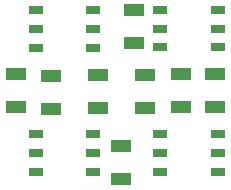
<source format=gtp>
%FSLAX25Y25*%
%MOIN*%
G70*
G01*
G75*
G04 Layer_Color=8421504*
%ADD10R,0.08000X0.05000*%
%ADD11R,0.05906X0.03937*%
%ADD12C,0.02500*%
%ADD13C,0.16500*%
%ADD14C,0.04000*%
%ADD15R,0.12205X0.17716*%
%ADD16C,0.01000*%
%ADD17R,0.07000X0.04000*%
%ADD18R,0.04906X0.02937*%
D17*
X604500Y568100D02*
D03*
Y557100D02*
D03*
X577500Y578400D02*
D03*
Y589400D02*
D03*
X593000Y557100D02*
D03*
Y568100D02*
D03*
X581000Y556900D02*
D03*
Y567900D02*
D03*
X573000Y544000D02*
D03*
Y533000D02*
D03*
X565500Y556900D02*
D03*
Y567900D02*
D03*
X538100Y568000D02*
D03*
Y557000D02*
D03*
X549900Y567500D02*
D03*
Y556500D02*
D03*
D18*
X605300Y577000D02*
D03*
Y583299D02*
D03*
Y589598D02*
D03*
X586021Y577000D02*
D03*
Y589598D02*
D03*
Y583299D02*
D03*
X586121Y541701D02*
D03*
Y548000D02*
D03*
Y535402D02*
D03*
X605400Y548000D02*
D03*
Y541701D02*
D03*
Y535402D02*
D03*
X544621Y548000D02*
D03*
Y541701D02*
D03*
Y535402D02*
D03*
X563900Y548000D02*
D03*
Y535402D02*
D03*
Y541701D02*
D03*
X563879Y583200D02*
D03*
Y576901D02*
D03*
Y589499D02*
D03*
X544600Y576901D02*
D03*
Y583200D02*
D03*
Y589499D02*
D03*
M02*

</source>
